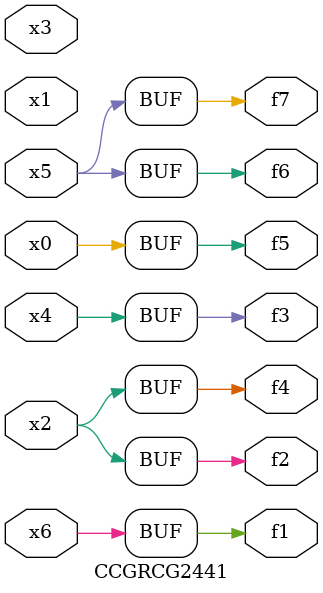
<source format=v>
module CCGRCG2441(
	input x0, x1, x2, x3, x4, x5, x6,
	output f1, f2, f3, f4, f5, f6, f7
);
	assign f1 = x6;
	assign f2 = x2;
	assign f3 = x4;
	assign f4 = x2;
	assign f5 = x0;
	assign f6 = x5;
	assign f7 = x5;
endmodule

</source>
